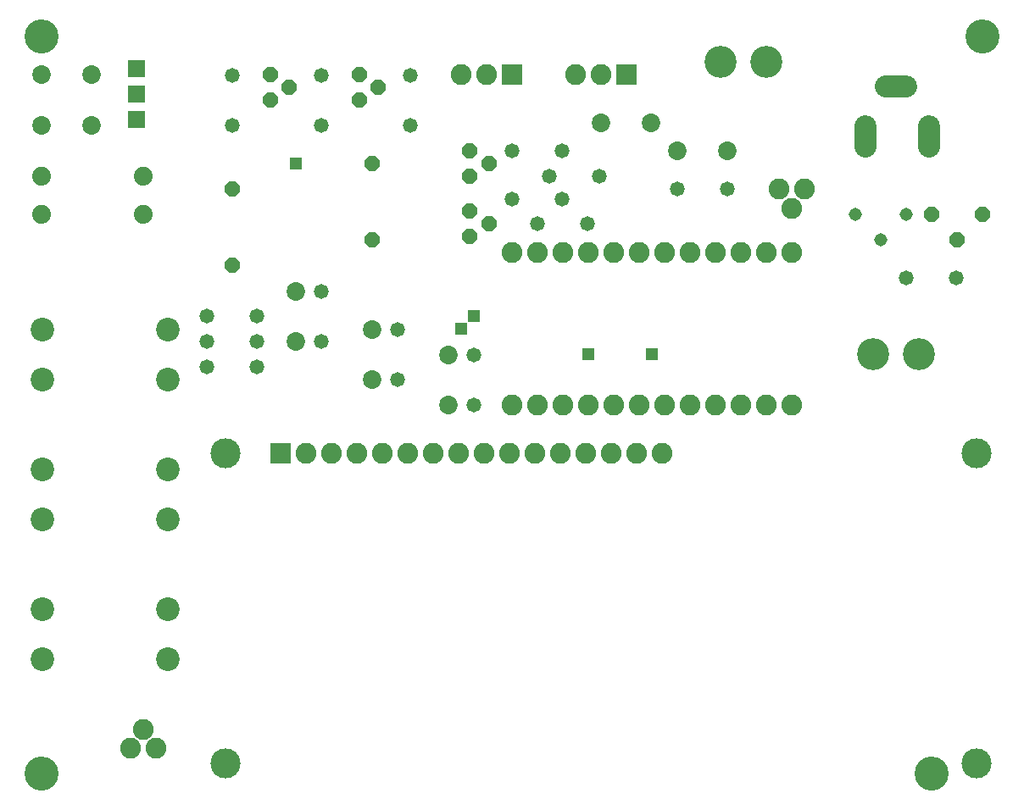
<source format=gts>
G75*
%MOIN*%
%OFA0B0*%
%FSLAX25Y25*%
%IPPOS*%
%LPD*%
%AMOC8*
5,1,8,0,0,1.08239X$1,22.5*
%
%ADD10C,0.13398*%
%ADD11C,0.07300*%
%ADD12C,0.07400*%
%ADD13C,0.08674*%
%ADD14R,0.08200X0.08200*%
%ADD15C,0.08200*%
%ADD16OC8,0.06000*%
%ADD17C,0.05162*%
%ADD18C,0.05800*%
%ADD19C,0.12611*%
%ADD20C,0.09300*%
%ADD21R,0.06737X0.06737*%
%ADD22C,0.11824*%
%ADD23R,0.04762X0.04762*%
D10*
X0016800Y0016800D03*
X0366800Y0016800D03*
X0386800Y0306800D03*
X0016800Y0306800D03*
D11*
X0016957Y0291800D03*
X0036643Y0291800D03*
X0036643Y0271800D03*
X0016957Y0271800D03*
X0116800Y0206643D03*
X0116800Y0186957D03*
X0146800Y0191643D03*
X0146800Y0171957D03*
X0176800Y0181643D03*
X0176800Y0161957D03*
X0266957Y0261800D03*
X0256643Y0272800D03*
X0236957Y0272800D03*
X0286643Y0261800D03*
D12*
X0056800Y0251800D03*
X0056800Y0236800D03*
X0016800Y0236800D03*
X0016800Y0251800D03*
D13*
X0340969Y0263520D02*
X0340969Y0271394D01*
X0348843Y0287143D02*
X0356717Y0287143D01*
X0365772Y0271394D02*
X0365772Y0263520D01*
D14*
X0246800Y0291800D03*
X0201800Y0291800D03*
X0110816Y0142824D03*
D15*
X0120816Y0142824D03*
X0130816Y0142824D03*
X0140816Y0142824D03*
X0150816Y0142824D03*
X0160816Y0142824D03*
X0170816Y0142824D03*
X0180816Y0142824D03*
X0190816Y0142824D03*
X0200816Y0142824D03*
X0210816Y0142824D03*
X0220816Y0142824D03*
X0230816Y0142824D03*
X0240816Y0142824D03*
X0250816Y0142824D03*
X0260816Y0142824D03*
X0261800Y0161800D03*
X0251800Y0161800D03*
X0241800Y0161800D03*
X0231800Y0161800D03*
X0221800Y0161800D03*
X0211800Y0161800D03*
X0201800Y0161800D03*
X0271800Y0161800D03*
X0281800Y0161800D03*
X0291800Y0161800D03*
X0301800Y0161800D03*
X0311800Y0161800D03*
X0311800Y0221800D03*
X0301800Y0221800D03*
X0291800Y0221800D03*
X0281800Y0221800D03*
X0271800Y0221800D03*
X0261800Y0221800D03*
X0251800Y0221800D03*
X0241800Y0221800D03*
X0231800Y0221800D03*
X0221800Y0221800D03*
X0211800Y0221800D03*
X0201800Y0221800D03*
X0191800Y0291800D03*
X0181800Y0291800D03*
X0226800Y0291800D03*
X0236800Y0291800D03*
X0306800Y0246800D03*
X0316800Y0246800D03*
X0311800Y0239300D03*
X0056800Y0034300D03*
X0051800Y0026800D03*
X0061800Y0026800D03*
D16*
X0091800Y0216800D03*
X0091800Y0246800D03*
X0106800Y0281800D03*
X0114300Y0286800D03*
X0106800Y0291800D03*
X0141800Y0291800D03*
X0149300Y0286800D03*
X0141800Y0281800D03*
X0146800Y0256800D03*
X0146800Y0226800D03*
X0185300Y0228300D03*
X0192800Y0233300D03*
X0185300Y0238300D03*
X0185300Y0251800D03*
X0192800Y0256800D03*
X0185300Y0261800D03*
X0366800Y0236800D03*
X0376800Y0226800D03*
X0386800Y0236800D03*
D17*
X0356800Y0236800D03*
X0346800Y0226800D03*
X0336800Y0236800D03*
D18*
X0356957Y0211800D03*
X0376643Y0211800D03*
X0286643Y0246800D03*
X0266957Y0246800D03*
X0236143Y0251800D03*
X0221643Y0242800D03*
X0216457Y0251800D03*
X0221643Y0261800D03*
X0201957Y0261800D03*
X0201957Y0242800D03*
X0211957Y0233300D03*
X0231643Y0233300D03*
X0186800Y0181643D03*
X0186800Y0161957D03*
X0156800Y0171957D03*
X0156800Y0191643D03*
X0126800Y0186957D03*
X0126800Y0206643D03*
X0101643Y0196800D03*
X0101643Y0186800D03*
X0101643Y0176800D03*
X0081957Y0176800D03*
X0081957Y0186800D03*
X0081957Y0196800D03*
X0091800Y0271957D03*
X0091800Y0291643D03*
X0126800Y0291643D03*
X0126800Y0271957D03*
X0161800Y0271957D03*
X0161800Y0291643D03*
D19*
X0283700Y0296800D03*
X0301800Y0296800D03*
X0343700Y0181800D03*
X0361800Y0181800D03*
D20*
X0066406Y0171957D03*
X0066406Y0191643D03*
X0017194Y0191643D03*
X0017194Y0171957D03*
X0017194Y0136643D03*
X0017194Y0116957D03*
X0017194Y0081643D03*
X0017194Y0061957D03*
X0066406Y0061957D03*
X0066406Y0081643D03*
X0066406Y0116957D03*
X0066406Y0136643D03*
D21*
X0054300Y0274300D03*
X0054300Y0284300D03*
X0054300Y0294300D03*
D22*
X0089162Y0142824D03*
X0089162Y0020776D03*
X0384438Y0020776D03*
X0384438Y0142824D03*
D23*
X0256800Y0181800D03*
X0231800Y0181800D03*
X0186800Y0196800D03*
X0181800Y0191800D03*
X0116800Y0256800D03*
M02*

</source>
